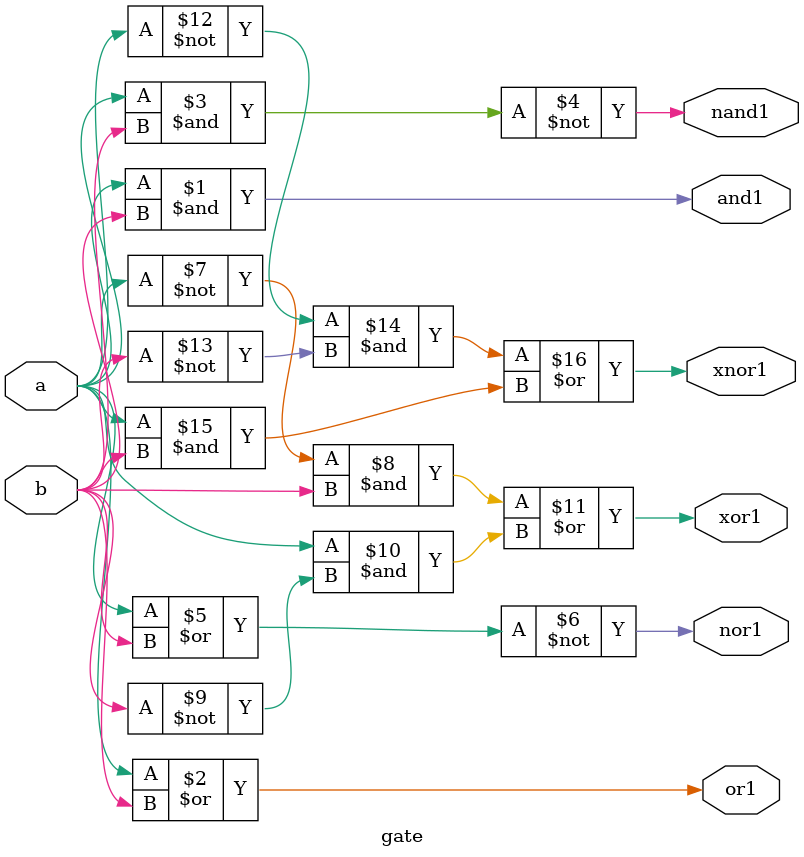
<source format=v>
module gate(input a,b, output and1,or1,nand1,nor1,xor1,xnor1 );

assign and1=a&b;
assign or1=a|b;
assign nand1=~(a&b);
assign nor1=~(a|b);
assign xor1=(~a&b)|(a&~b);
assign xnor1=(~a&~b)|(a&b);

endmodule 
</source>
